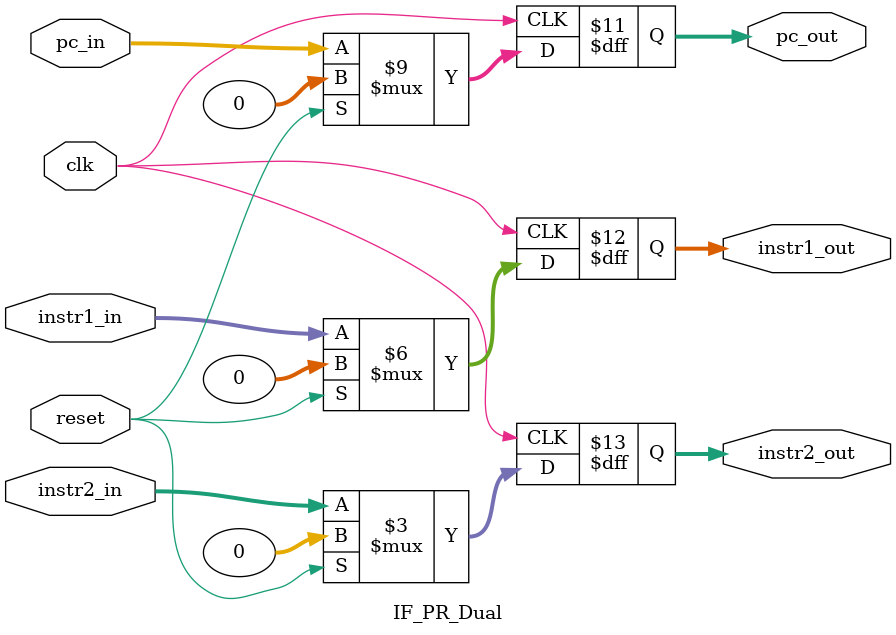
<source format=v>
module IF_PR_Dual(
    input clk,
    input reset,
    input [31:0] pc_in,
    input [31:0] instr1_in,
    input [31:0] instr2_in,
    output reg [31:0] pc_out,
    output reg [31:0] instr1_out,
    output reg [31:0] instr2_out
);
    always @(posedge clk) begin
        if (reset) begin
            pc_out <= 32'd0;
            instr1_out <= 32'd0;
            instr2_out <= 32'd0;
        end else begin
            pc_out <= pc_in;
            instr1_out <= instr1_in;
            instr2_out <= instr2_in;
        end
    end
endmodule

</source>
